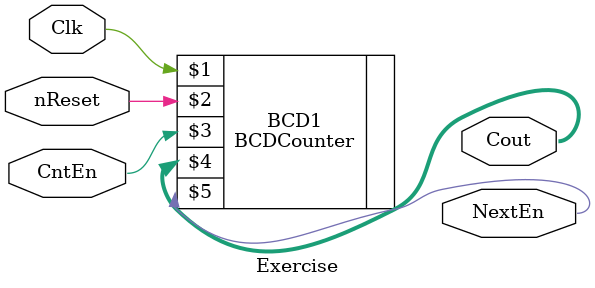
<source format=v>
module Exercise(Clk,nReset,CntEn,Cout,NextEn);

input Clk;
input nReset;
input CntEn;

output [3:0] Cout;
output NextEn;

BCDCounter BCD1(Clk,nReset,CntEn,Cout[3:0],NextEn);


endmodule

</source>
